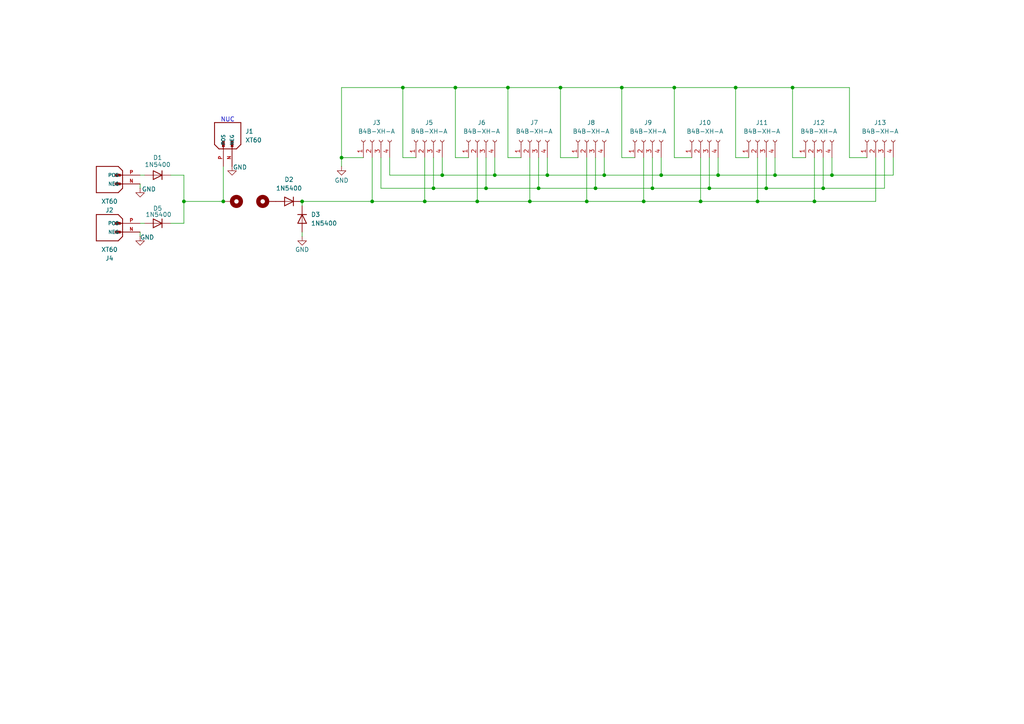
<source format=kicad_sch>
(kicad_sch (version 20231120) (generator "eeschema") (generator_version "8.0")
  (paper "A4")
  (lib_symbols
    (symbol "Diode:1N5400" (pin_numbers hide) (pin_names hide)
      (property "Reference" "D" (at 0 2.54 0))
      (property "Value" "1N5400" (at 0 -2.54 0))
      (symbol "1N5400_0_1"
        (polyline (pts (xy -1.27 1.27) (xy -1.27 -1.27)) (stroke (width 0.254)))
        (polyline (pts (xy 1.27 0) (xy -1.27 0)))
        (polyline (pts (xy 1.27 1.27) (xy 1.27 -1.27) (xy -1.27 0) (xy 1.27 1.27)) (stroke (width 0.254)))
      )
      (symbol "1N5400_1_1"
        (pin passive line (at -3.81 0 0) (length 2.54) (name "K") (number "1"))
        (pin passive line (at 3.81 0 180) (length 2.54) (name "A") (number "2"))
      )
    )
    (symbol "Humanoid:XM_conn" (pin_names (offset 1.016) hide)
      (property "Reference" "J" (at 0 5.08 0))
      (property "Value" "XM_conn" (at 0 -7.62 0))
      (symbol "XM_conn_1_1"
        (arc (start 0 -4.572) (mid -0.5058 -5.08) (end 0 -5.588) (stroke (width 0.1524)))
        (arc (start 0 -2.032) (mid -0.5058 -2.54) (end 0 -3.048) (stroke (width 0.1524)))
        (polyline (pts (xy -1.27 -5.08) (xy -0.508 -5.08)) (stroke (width 0.1524)))
        (polyline (pts (xy -1.27 -2.54) (xy -0.508 -2.54)) (stroke (width 0.1524)))
        (polyline (pts (xy -1.27 0) (xy -0.508 0)) (stroke (width 0.1524)))
        (polyline (pts (xy -1.27 2.54) (xy -0.508 2.54)) (stroke (width 0.1524)))
        (arc (start 0 0.508) (mid -0.5058 0) (end 0 -0.508) (stroke (width 0.1524)))
        (arc (start 0 3.048) (mid -0.5058 2.54) (end 0 2.032) (stroke (width 0.1524)))
        (pin passive line (at -5.08 2.54 0) (length 3.81) (name "GND") (number "1"))
        (pin passive line (at -5.08 0 0) (length 3.81) (name "VDD") (number "2"))
        (pin passive line (at -5.08 -2.54 0) (length 3.81) (name "D+") (number "3"))
        (pin passive line (at -5.08 -5.08 0) (length 3.81) (name "D-") (number "4"))
      )
    )
    (symbol "Humanoid:XT60" (pin_names (offset 1.016))
      (property "Reference" "J" (at 0 6.35 0))
      (property "Value" "XT60" (at 0 -5.08 0))
      (symbol "XT60_0_0"
        (polyline (pts (xy 0 -1.27) (xy 1.27 -2.54)) (stroke (width 0.254)))
        (polyline (pts (xy 0 0) (xy 1.905 0)) (stroke (width 0.254)))
        (polyline (pts (xy 0 2.54) (xy 0 -1.27)) (stroke (width 0.254)))
        (polyline (pts (xy 0 2.54) (xy 1.905 2.54)) (stroke (width 0.254)))
        (polyline (pts (xy 0 3.81) (xy 0 2.54)) (stroke (width 0.254)))
        (polyline (pts (xy 0 3.81) (xy 1.27 5.08)) (stroke (width 0.254)))
        (polyline (pts (xy 1.27 -2.54) (xy 7.62 -2.54)) (stroke (width 0.254)))
        (polyline (pts (xy 7.62 -2.54) (xy 7.62 5.08)) (stroke (width 0.254)))
        (polyline (pts (xy 7.62 5.08) (xy 1.27 5.08)) (stroke (width 0.254)))
        (rectangle (start 0.6096 -0.3048) (end 2.2098 0.3048) (fill (type outline)))
        (rectangle (start 0.6096 2.2098) (end 2.2098 2.8448) (fill (type outline)))
        (pin passive line (at -5.08 0 0) (length 5.08) (name "NEG") (number "N"))
        (pin passive line (at -5.08 2.54 0) (length 5.08) (name "POS") (number "P"))
      )
    )
    (symbol "Mechanical:MountingHole_Pad" (pin_numbers hide) (pin_names (offset 1.016) hide) (exclude_from_sim yes) (in_bom no)
      (property "Reference" "H" (at 0 6.35 0))
      (property "Value" "MountingHole_Pad" (at 0 4.445 0))
      (symbol "MountingHole_Pad_0_1"
        (circle (center 0 1.27) (radius 1.27) (stroke (width 1.27)))
      )
      (symbol "MountingHole_Pad_1_1"
        (pin input line (at 0 -2.54 90) (length 2.54) (name "1") (number "1"))
      )
    )
    (symbol "power:GND" (power) (pin_numbers hide) (pin_names (offset 0) hide)
      (property "Value" "GND" (at 0 -3.81 0))
      (symbol "GND_0_1"
        (polyline (pts (xy 0 0) (xy 0 -1.27) (xy 1.27 -1.27) (xy 0 -2.54) (xy -1.27 -1.27) (xy 0 -1.27)))
      )
      (symbol "GND_1_1"
        (pin power_in line (at 0 0 270) (length 0) (name "~") (number "1"))
      )
    )
  )
  (junction (at 213.36 25.4))
  (junction (at 219.71 58.42))
  (junction (at 241.3 50.8))
  (junction (at 107.95 58.42))
  (junction (at 170.18 58.42))
  (junction (at 236.22 58.42))
  (junction (at 140.97 54.61))
  (junction (at 153.67 58.42))
  (junction (at 189.23 54.61))
  (junction (at 143.51 50.8))
  (junction (at 229.87 25.4))
  (junction (at 87.63 58.42))
  (junction (at 222.25 54.61))
  (junction (at 186.69 58.42))
  (junction (at 208.28 50.8))
  (junction (at 64.77 58.42))
  (junction (at 123.19 58.42))
  (junction (at 147.32 25.4))
  (junction (at 180.34 25.4))
  (junction (at 195.58 25.4))
  (junction (at 132.08 25.4))
  (junction (at 191.77 50.8))
  (junction (at 203.2 58.42))
  (junction (at 238.76 54.61))
  (junction (at 116.84 25.4))
  (junction (at 224.79 50.8))
  (junction (at 158.75 50.8))
  (junction (at 125.73 54.61))
  (junction (at 53.34 58.42))
  (junction (at 138.43 58.42))
  (junction (at 156.21 54.61))
  (junction (at 175.26 50.8))
  (junction (at 128.27 50.8))
  (junction (at 162.56 25.4))
  (junction (at 99.06 45.72))
  (junction (at 172.72 54.61))
  (junction (at 205.74 54.61))
  (wire (pts (xy 195.58 25.4) (xy 213.36 25.4)))
  (wire (pts (xy 259.08 50.8) (xy 259.08 45.72)))
  (wire (pts (xy 151.13 45.72) (xy 147.32 45.72)))
  (wire (pts (xy 180.34 25.4) (xy 195.58 25.4)))
  (wire (pts (xy 241.3 50.8) (xy 259.08 50.8)))
  (wire (pts (xy 180.34 45.72) (xy 180.34 25.4)))
  (wire (pts (xy 116.84 25.4) (xy 132.08 25.4)))
  (wire (pts (xy 116.84 25.4) (xy 116.84 45.72)))
  (wire (pts (xy 236.22 45.72) (xy 236.22 58.42)))
  (wire (pts (xy 143.51 50.8) (xy 158.75 50.8)))
  (wire (pts (xy 53.34 64.77) (xy 53.34 58.42)))
  (wire (pts (xy 184.15 45.72) (xy 180.34 45.72)))
  (wire (pts (xy 186.69 45.72) (xy 186.69 58.42)))
  (wire (pts (xy 40.64 64.77) (xy 41.91 64.77)))
  (wire (pts (xy 158.75 50.8) (xy 175.26 50.8)))
  (wire (pts (xy 87.63 59.69) (xy 87.63 58.42)))
  (wire (pts (xy 40.64 50.8) (xy 41.91 50.8)))
  (wire (pts (xy 162.56 25.4) (xy 180.34 25.4)))
  (wire (pts (xy 64.77 58.42) (xy 53.34 58.42)))
  (wire (pts (xy 123.19 45.72) (xy 123.19 58.42)))
  (wire (pts (xy 213.36 45.72) (xy 213.36 25.4)))
  (wire (pts (xy 191.77 50.8) (xy 208.28 50.8)))
  (wire (pts (xy 125.73 45.72) (xy 125.73 54.61)))
  (wire (pts (xy 99.06 25.4) (xy 116.84 25.4)))
  (wire (pts (xy 120.65 45.72) (xy 116.84 45.72)))
  (wire (pts (xy 156.21 54.61) (xy 172.72 54.61)))
  (wire (pts (xy 205.74 54.61) (xy 222.25 54.61)))
  (wire (pts (xy 153.67 45.72) (xy 153.67 58.42)))
  (wire (pts (xy 246.38 45.72) (xy 246.38 25.4)))
  (wire (pts (xy 186.69 58.42) (xy 203.2 58.42)))
  (wire (pts (xy 87.63 68.58) (xy 87.63 67.31)))
  (wire (pts (xy 99.06 45.72) (xy 99.06 48.26)))
  (wire (pts (xy 170.18 45.72) (xy 170.18 58.42)))
  (wire (pts (xy 105.41 45.72) (xy 99.06 45.72)))
  (wire (pts (xy 107.95 45.72) (xy 107.95 58.42)))
  (wire (pts (xy 208.28 50.8) (xy 224.79 50.8)))
  (wire (pts (xy 143.51 45.72) (xy 143.51 50.8)))
  (wire (pts (xy 153.67 58.42) (xy 170.18 58.42)))
  (wire (pts (xy 189.23 45.72) (xy 189.23 54.61)))
  (wire (pts (xy 107.95 58.42) (xy 123.19 58.42)))
  (wire (pts (xy 208.28 45.72) (xy 208.28 50.8)))
  (wire (pts (xy 219.71 45.72) (xy 219.71 58.42)))
  (wire (pts (xy 203.2 58.42) (xy 219.71 58.42)))
  (wire (pts (xy 203.2 45.72) (xy 203.2 58.42)))
  (wire (pts (xy 125.73 54.61) (xy 140.97 54.61)))
  (wire (pts (xy 110.49 54.61) (xy 125.73 54.61)))
  (wire (pts (xy 222.25 54.61) (xy 238.76 54.61)))
  (wire (pts (xy 224.79 45.72) (xy 224.79 50.8)))
  (wire (pts (xy 128.27 50.8) (xy 143.51 50.8)))
  (wire (pts (xy 135.89 45.72) (xy 132.08 45.72)))
  (wire (pts (xy 233.68 45.72) (xy 229.87 45.72)))
  (wire (pts (xy 200.66 45.72) (xy 195.58 45.72)))
  (wire (pts (xy 49.53 64.77) (xy 53.34 64.77)))
  (wire (pts (xy 147.32 45.72) (xy 147.32 25.4)))
  (wire (pts (xy 172.72 54.61) (xy 189.23 54.61)))
  (wire (pts (xy 140.97 54.61) (xy 156.21 54.61)))
  (wire (pts (xy 53.34 50.8) (xy 53.34 58.42)))
  (wire (pts (xy 138.43 45.72) (xy 138.43 58.42)))
  (wire (pts (xy 49.53 50.8) (xy 53.34 50.8)))
  (wire (pts (xy 229.87 25.4) (xy 246.38 25.4)))
  (wire (pts (xy 217.17 45.72) (xy 213.36 45.72)))
  (wire (pts (xy 113.03 45.72) (xy 113.03 50.8)))
  (wire (pts (xy 222.25 45.72) (xy 222.25 54.61)))
  (wire (pts (xy 87.63 58.42) (xy 107.95 58.42)))
  (wire (pts (xy 40.64 53.34) (xy 40.64 54.61)))
  (wire (pts (xy 224.79 50.8) (xy 241.3 50.8)))
  (wire (pts (xy 110.49 45.72) (xy 110.49 54.61)))
  (wire (pts (xy 213.36 25.4) (xy 229.87 25.4)))
  (wire (pts (xy 175.26 50.8) (xy 191.77 50.8)))
  (wire (pts (xy 238.76 45.72) (xy 238.76 54.61)))
  (wire (pts (xy 40.64 68.58) (xy 40.64 67.31)))
  (wire (pts (xy 238.76 54.61) (xy 256.54 54.61)))
  (wire (pts (xy 172.72 45.72) (xy 172.72 54.61)))
  (wire (pts (xy 132.08 25.4) (xy 147.32 25.4)))
  (wire (pts (xy 256.54 45.72) (xy 256.54 54.61)))
  (wire (pts (xy 99.06 45.72) (xy 99.06 25.4)))
  (wire (pts (xy 123.19 58.42) (xy 138.43 58.42)))
  (wire (pts (xy 132.08 25.4) (xy 132.08 45.72)))
  (wire (pts (xy 195.58 45.72) (xy 195.58 25.4)))
  (wire (pts (xy 162.56 45.72) (xy 162.56 25.4)))
  (wire (pts (xy 138.43 58.42) (xy 153.67 58.42)))
  (wire (pts (xy 229.87 45.72) (xy 229.87 25.4)))
  (wire (pts (xy 189.23 54.61) (xy 205.74 54.61)))
  (wire (pts (xy 156.21 45.72) (xy 156.21 54.61)))
  (wire (pts (xy 128.27 45.72) (xy 128.27 50.8)))
  (wire (pts (xy 175.26 45.72) (xy 175.26 50.8)))
  (wire (pts (xy 236.22 58.42) (xy 254 58.42)))
  (wire (pts (xy 167.64 45.72) (xy 162.56 45.72)))
  (wire (pts (xy 251.46 45.72) (xy 246.38 45.72)))
  (wire (pts (xy 170.18 58.42) (xy 186.69 58.42)))
  (wire (pts (xy 147.32 25.4) (xy 162.56 25.4)))
  (wire (pts (xy 254 58.42) (xy 254 45.72)))
  (wire (pts (xy 205.74 45.72) (xy 205.74 54.61)))
  (wire (pts (xy 219.71 58.42) (xy 236.22 58.42)))
  (wire (pts (xy 241.3 45.72) (xy 241.3 50.8)))
  (wire (pts (xy 113.03 50.8) (xy 128.27 50.8)))
  (wire (pts (xy 140.97 45.72) (xy 140.97 54.61)))
  (wire (pts (xy 191.77 45.72) (xy 191.77 50.8)))
  (wire (pts (xy 158.75 45.72) (xy 158.75 50.8)))
  (wire (pts (xy 64.77 48.26) (xy 64.77 58.42)))
  (text "NUC\n" (at 66.04 34.798 0) (effects (font (size 1.27 1.27))))
  (symbol (lib_id "power:GND") (at 67.31 48.26 0) (unit 1)
    (property "Reference" "#PWR02" (effects (hide yes)))
    (property "Value" "GND" (at 69.596 48.514 0))
    (property "Description" "Power symbol creates a global label with name \"GND\" , ground" (effects (hide yes)))
  )
  (symbol (lib_id "Humanoid:XT60") (at 67.31 43.18 90) (unit 1)
    (property "Reference" "J1" (at 71.12 38.0999 90) (effects (justify right)))
    (property "Value" "XT60" (at 71.12 40.6399 90) (effects (justify right)))
    (property "Footprint" "Humanoid:XT60-M_Vertical" (effects (hide yes)))
    (property "MF" "AMASS" (effects (hide yes)))
    (property "MAXIMUM_PACKAGE_HEIGHT" "16.00 mm" (effects (hide yes)))
    (property "Package" "Package" (effects (hide yes)))
    (property "Price" "None" (effects (hide yes)))
    (property "Check_prices" "https://www.snapeda.com/parts/XT60-M/AMASS/view-part/?ref=eda" (effects (hide yes)))
    (property "STANDARD" "IPC 7351B" (effects (hide yes)))
    (property "PARTREV" "V1.2" (effects (hide yes)))
    (property "SnapEDA_Link" "https://www.snapeda.com/parts/XT60-M/AMASS/view-part/?ref=snap" (effects (hide yes)))
    (property "MP" "XT60-M" (effects (hide yes)))
    (property "Description_1" "\\nPlug; DC supply; XT60; male; PIN: 2; for cable; soldered; 30A; 500V\\n" (effects (hide yes)))
    (property "Availability" "Not in stock" (effects (hide yes)))
    (property "MANUFACTURER" "AMASS" (effects (hide yes)))
  )
  (symbol (lib_id "Humanoid:XT60") (at 35.56 67.31 0) (mirror y) (unit 1)
    (property "Reference" "J4" (at 31.75 74.93 0))
    (property "Value" "XT60" (at 31.75 72.39 0))
    (property "Footprint" "Humanoid:XT60-M_Vertical" (effects (hide yes)))
    (property "MF" "AMASS" (effects (hide yes)))
    (property "MAXIMUM_PACKAGE_HEIGHT" "16.00 mm" (effects (hide yes)))
    (property "Package" "Package" (effects (hide yes)))
    (property "Price" "None" (effects (hide yes)))
    (property "Check_prices" "https://www.snapeda.com/parts/XT60-M/AMASS/view-part/?ref=eda" (effects (hide yes)))
    (property "STANDARD" "IPC 7351B" (effects (hide yes)))
    (property "PARTREV" "V1.2" (effects (hide yes)))
    (property "SnapEDA_Link" "https://www.snapeda.com/parts/XT60-M/AMASS/view-part/?ref=snap" (effects (hide yes)))
    (property "MP" "XT60-M" (effects (hide yes)))
    (property "Description_1" "\\nPlug; DC supply; XT60; male; PIN: 2; for cable; soldered; 30A; 500V\\n" (effects (hide yes)))
    (property "Availability" "Not in stock" (effects (hide yes)))
    (property "MANUFACTURER" "AMASS" (effects (hide yes)))
  )
  (symbol (lib_id "power:GND") (at 87.63 68.58 0) (unit 1)
    (property "Reference" "#PWR03" (effects (hide yes)))
    (property "Value" "GND" (at 87.63 72.39 0))
    (property "Description" "Power symbol creates a global label with name \"GND\" , ground" (effects (hide yes)))
  )
  (symbol (lib_id "Mechanical:MountingHole_Pad") (at 67.31 58.42 270) (unit 1) (exclude_from_sim yes) (in_bom no)
    (property "Reference" "H3" (effects (hide yes)))
    (property "Value" "MountingHole_Pad" (effects (hide yes)))
    (property "Footprint" "MountingHole:MountingHole_2.5mm_Pad" (effects (hide yes)))
    (property "Description" "Mounting Hole with connection" (effects (hide yes)))
  )
  (symbol (lib_id "Humanoid:XM_conn") (at 138.43 40.64 90) (unit 1)
    (property "Reference" "J6" (at 139.7 35.56 90))
    (property "Value" "B4B-XH-A" (at 139.7 38.1 90))
    (property "Footprint" "Humanoid:XM_conn_vertical-B4B-EH-A" (effects (hide yes)))
    (property "Description" "Generic connector, single row, 01x04, script generated" (effects (hide yes)))
    (property "MF" "JST Sales" (effects (hide yes)))
    (property "MAXIMUM_PACKAGE_HEIGHT" "7.00 mm" (effects (hide yes)))
    (property "Package" "None" (effects (hide yes)))
    (property "Price" "None" (effects (hide yes)))
    (property "Check_prices" "https://www.snapeda.com/parts/B4B-XH-A/JST+Sales+America+Inc./view-part/?ref=eda" (effects (hide yes)))
    (property "STANDARD" "Manufacturer Recommendations" (effects (hide yes)))
    (property "PARTREV" "7/4/21" (effects (hide yes)))
    (property "SnapEDA_Link" "https://www.snapeda.com/parts/B4B-XH-A/JST+Sales+America+Inc./view-part/?ref=snap" (effects (hide yes)))
    (property "MP" "B4B-XH-A" (effects (hide yes)))
    (property "Description_1" "\\nConnector Header Through Hole 4 position 0.098 (2.50mm)\\n" (effects (hide yes)))
    (property "Availability" "In Stock" (effects (hide yes)))
    (property "MANUFACTURER" "JST" (effects (hide yes)))
  )
  (symbol (lib_id "power:GND") (at 99.06 48.26 0) (unit 1)
    (property "Reference" "#PWR04" (effects (hide yes)))
    (property "Value" "GND" (at 97.028 52.324 0) (effects (justify left)))
    (property "Description" "Power symbol creates a global label with name \"GND\" , ground" (effects (hide yes)))
  )
  (symbol (lib_id "Diode:1N5400") (at 45.72 64.77 180) (unit 1)
    (property "Reference" "D5" (at 45.72 60.452 0))
    (property "Value" "1N5400" (at 45.974 62.23 0))
    (property "Footprint" "Diode_THT:D_DO-201AD_P15.24mm_Horizontal" (effects (hide yes)))
    (property "Datasheet" "http://www.vishay.com/docs/88516/1n5400.pdf" (effects (hide yes)))
    (property "Description" "50V 3A General Purpose Rectifier Diode, DO-201AD" (effects (hide yes)))
    (property "Sim.Device" "D" (effects (hide yes)))
    (property "Sim.Pins" "1=K 2=A" (effects (hide yes)))
  )
  (symbol (lib_id "Humanoid:XM_conn") (at 170.18 40.64 90) (unit 1)
    (property "Reference" "J8" (at 171.45 35.56 90))
    (property "Value" "B4B-XH-A" (at 171.45 38.1 90))
    (property "Footprint" "Humanoid:XM_conn_vertical-B4B-EH-A" (effects (hide yes)))
    (property "Description" "Generic connector, single row, 01x04, script generated" (effects (hide yes)))
    (property "MF" "JST Sales" (effects (hide yes)))
    (property "MAXIMUM_PACKAGE_HEIGHT" "7.00 mm" (effects (hide yes)))
    (property "Package" "None" (effects (hide yes)))
    (property "Price" "None" (effects (hide yes)))
    (property "Check_prices" "https://www.snapeda.com/parts/B4B-XH-A/JST+Sales+America+Inc./view-part/?ref=eda" (effects (hide yes)))
    (property "STANDARD" "Manufacturer Recommendations" (effects (hide yes)))
    (property "PARTREV" "7/4/21" (effects (hide yes)))
    (property "SnapEDA_Link" "https://www.snapeda.com/parts/B4B-XH-A/JST+Sales+America+Inc./view-part/?ref=snap" (effects (hide yes)))
    (property "MP" "B4B-XH-A" (effects (hide yes)))
    (property "Description_1" "\\nConnector Header Through Hole 4 position 0.098 (2.50mm)\\n" (effects (hide yes)))
    (property "Availability" "In Stock" (effects (hide yes)))
    (property "MANUFACTURER" "JST" (effects (hide yes)))
  )
  (symbol (lib_id "Humanoid:XM_conn") (at 153.67 40.64 90) (unit 1)
    (property "Reference" "J7" (at 154.94 35.56 90))
    (property "Value" "B4B-XH-A" (at 154.94 38.1 90))
    (property "Footprint" "Humanoid:XM_conn_vertical-B4B-EH-A" (effects (hide yes)))
    (property "Description" "Generic connector, single row, 01x04, script generated" (effects (hide yes)))
    (property "MF" "JST Sales" (effects (hide yes)))
    (property "MAXIMUM_PACKAGE_HEIGHT" "7.00 mm" (effects (hide yes)))
    (property "Package" "None" (effects (hide yes)))
    (property "Price" "None" (effects (hide yes)))
    (property "Check_prices" "https://www.snapeda.com/parts/B4B-XH-A/JST+Sales+America+Inc./view-part/?ref=eda" (effects (hide yes)))
    (property "STANDARD" "Manufacturer Recommendations" (effects (hide yes)))
    (property "PARTREV" "7/4/21" (effects (hide yes)))
    (property "SnapEDA_Link" "https://www.snapeda.com/parts/B4B-XH-A/JST+Sales+America+Inc./view-part/?ref=snap" (effects (hide yes)))
    (property "MP" "B4B-XH-A" (effects (hide yes)))
    (property "Description_1" "\\nConnector Header Through Hole 4 position 0.098 (2.50mm)\\n" (effects (hide yes)))
    (property "Availability" "In Stock" (effects (hide yes)))
    (property "MANUFACTURER" "JST" (effects (hide yes)))
  )
  (symbol (lib_id "Humanoid:XT60") (at 35.56 53.34 0) (mirror y) (unit 1)
    (property "Reference" "J2" (at 31.75 60.96 0))
    (property "Value" "XT60" (at 31.75 58.42 0))
    (property "Footprint" "Humanoid:XT60-M_Vertical" (effects (hide yes)))
    (property "MF" "AMASS" (effects (hide yes)))
    (property "MAXIMUM_PACKAGE_HEIGHT" "16.00 mm" (effects (hide yes)))
    (property "Package" "Package" (effects (hide yes)))
    (property "Price" "None" (effects (hide yes)))
    (property "Check_prices" "https://www.snapeda.com/parts/XT60-M/AMASS/view-part/?ref=eda" (effects (hide yes)))
    (property "STANDARD" "IPC 7351B" (effects (hide yes)))
    (property "PARTREV" "V1.2" (effects (hide yes)))
    (property "SnapEDA_Link" "https://www.snapeda.com/parts/XT60-M/AMASS/view-part/?ref=snap" (effects (hide yes)))
    (property "MP" "XT60-M" (effects (hide yes)))
    (property "Description_1" "\\nPlug; DC supply; XT60; male; PIN: 2; for cable; soldered; 30A; 500V\\n" (effects (hide yes)))
    (property "Availability" "Not in stock" (effects (hide yes)))
    (property "MANUFACTURER" "AMASS" (effects (hide yes)))
  )
  (symbol (lib_id "Humanoid:XM_conn") (at 107.95 40.64 90) (unit 1)
    (property "Reference" "J3" (at 109.22 35.56 90))
    (property "Value" "B4B-XH-A" (at 109.22 38.1 90))
    (property "Footprint" "Humanoid:XM_conn_vertical-B4B-EH-A" (effects (hide yes)))
    (property "Description" "Generic connector, single row, 01x04, script generated" (effects (hide yes)))
    (property "MF" "JST Sales" (effects (hide yes)))
    (property "MAXIMUM_PACKAGE_HEIGHT" "7.00 mm" (effects (hide yes)))
    (property "Package" "None" (effects (hide yes)))
    (property "Price" "None" (effects (hide yes)))
    (property "Check_prices" "https://www.snapeda.com/parts/B4B-XH-A/JST+Sales+America+Inc./view-part/?ref=eda" (effects (hide yes)))
    (property "STANDARD" "Manufacturer Recommendations" (effects (hide yes)))
    (property "PARTREV" "7/4/21" (effects (hide yes)))
    (property "SnapEDA_Link" "https://www.snapeda.com/parts/B4B-XH-A/JST+Sales+America+Inc./view-part/?ref=snap" (effects (hide yes)))
    (property "MP" "B4B-XH-A" (effects (hide yes)))
    (property "Description_1" "\\nConnector Header Through Hole 4 position 0.098 (2.50mm)\\n" (effects (hide yes)))
    (property "Availability" "In Stock" (effects (hide yes)))
    (property "MANUFACTURER" "JST" (effects (hide yes)))
  )
  (symbol (lib_id "Humanoid:XM_conn") (at 236.22 40.64 90) (unit 1)
    (property "Reference" "J12" (at 237.49 35.56 90))
    (property "Value" "B4B-XH-A" (at 237.49 38.1 90))
    (property "Footprint" "Humanoid:XM_conn_vertical-B4B-EH-A" (effects (hide yes)))
    (property "Description" "Generic connector, single row, 01x04, script generated" (effects (hide yes)))
    (property "MF" "JST Sales" (effects (hide yes)))
    (property "MAXIMUM_PACKAGE_HEIGHT" "7.00 mm" (effects (hide yes)))
    (property "Package" "None" (effects (hide yes)))
    (property "Price" "None" (effects (hide yes)))
    (property "Check_prices" "https://www.snapeda.com/parts/B4B-XH-A/JST+Sales+America+Inc./view-part/?ref=eda" (effects (hide yes)))
    (property "STANDARD" "Manufacturer Recommendations" (effects (hide yes)))
    (property "PARTREV" "7/4/21" (effects (hide yes)))
    (property "SnapEDA_Link" "https://www.snapeda.com/parts/B4B-XH-A/JST+Sales+America+Inc./view-part/?ref=snap" (effects (hide yes)))
    (property "MP" "B4B-XH-A" (effects (hide yes)))
    (property "Description_1" "\\nConnector Header Through Hole 4 position 0.098 (2.50mm)\\n" (effects (hide yes)))
    (property "Availability" "In Stock" (effects (hide yes)))
    (property "MANUFACTURER" "JST" (effects (hide yes)))
  )
  (symbol (lib_id "Humanoid:XM_conn") (at 219.71 40.64 90) (unit 1)
    (property "Reference" "J11" (at 220.98 35.56 90))
    (property "Value" "B4B-XH-A" (at 220.98 38.1 90))
    (property "Footprint" "Humanoid:XM_conn_vertical-B4B-EH-A" (effects (hide yes)))
    (property "Description" "Generic connector, single row, 01x04, script generated" (effects (hide yes)))
    (property "MF" "JST Sales" (effects (hide yes)))
    (property "MAXIMUM_PACKAGE_HEIGHT" "7.00 mm" (effects (hide yes)))
    (property "Package" "None" (effects (hide yes)))
    (property "Price" "None" (effects (hide yes)))
    (property "Check_prices" "https://www.snapeda.com/parts/B4B-XH-A/JST+Sales+America+Inc./view-part/?ref=eda" (effects (hide yes)))
    (property "STANDARD" "Manufacturer Recommendations" (effects (hide yes)))
    (property "PARTREV" "7/4/21" (effects (hide yes)))
    (property "SnapEDA_Link" "https://www.snapeda.com/parts/B4B-XH-A/JST+Sales+America+Inc./view-part/?ref=snap" (effects (hide yes)))
    (property "MP" "B4B-XH-A" (effects (hide yes)))
    (property "Description_1" "\\nConnector Header Through Hole 4 position 0.098 (2.50mm)\\n" (effects (hide yes)))
    (property "Availability" "In Stock" (effects (hide yes)))
    (property "MANUFACTURER" "JST" (effects (hide yes)))
  )
  (symbol (lib_id "Humanoid:XM_conn") (at 186.69 40.64 90) (unit 1)
    (property "Reference" "J9" (at 187.96 35.56 90))
    (property "Value" "B4B-XH-A" (at 187.96 38.1 90))
    (property "Footprint" "Humanoid:XM_conn_vertical-B4B-EH-A" (effects (hide yes)))
    (property "Description" "Generic connector, single row, 01x04, script generated" (effects (hide yes)))
    (property "MF" "JST Sales" (effects (hide yes)))
    (property "MAXIMUM_PACKAGE_HEIGHT" "7.00 mm" (effects (hide yes)))
    (property "Package" "None" (effects (hide yes)))
    (property "Price" "None" (effects (hide yes)))
    (property "Check_prices" "https://www.snapeda.com/parts/B4B-XH-A/JST+Sales+America+Inc./view-part/?ref=eda" (effects (hide yes)))
    (property "STANDARD" "Manufacturer Recommendations" (effects (hide yes)))
    (property "PARTREV" "7/4/21" (effects (hide yes)))
    (property "SnapEDA_Link" "https://www.snapeda.com/parts/B4B-XH-A/JST+Sales+America+Inc./view-part/?ref=snap" (effects (hide yes)))
    (property "MP" "B4B-XH-A" (effects (hide yes)))
    (property "Description_1" "\\nConnector Header Through Hole 4 position 0.098 (2.50mm)\\n" (effects (hide yes)))
    (property "Availability" "In Stock" (effects (hide yes)))
    (property "MANUFACTURER" "JST" (effects (hide yes)))
  )
  (symbol (lib_id "Humanoid:XM_conn") (at 254 40.64 90) (unit 1)
    (property "Reference" "J13" (at 255.27 35.56 90))
    (property "Value" "B4B-XH-A" (at 255.27 38.1 90))
    (property "Footprint" "Humanoid:XM_conn_vertical-B4B-EH-A" (effects (hide yes)))
    (property "Description" "Generic connector, single row, 01x04, script generated" (effects (hide yes)))
    (property "MF" "JST Sales" (effects (hide yes)))
    (property "MAXIMUM_PACKAGE_HEIGHT" "7.00 mm" (effects (hide yes)))
    (property "Package" "None" (effects (hide yes)))
    (property "Price" "None" (effects (hide yes)))
    (property "Check_prices" "https://www.snapeda.com/parts/B4B-XH-A/JST+Sales+America+Inc./view-part/?ref=eda" (effects (hide yes)))
    (property "STANDARD" "Manufacturer Recommendations" (effects (hide yes)))
    (property "PARTREV" "7/4/21" (effects (hide yes)))
    (property "SnapEDA_Link" "https://www.snapeda.com/parts/B4B-XH-A/JST+Sales+America+Inc./view-part/?ref=snap" (effects (hide yes)))
    (property "MP" "B4B-XH-A" (effects (hide yes)))
    (property "Description_1" "\\nConnector Header Through Hole 4 position 0.098 (2.50mm)\\n" (effects (hide yes)))
    (property "Availability" "In Stock" (effects (hide yes)))
    (property "MANUFACTURER" "JST" (effects (hide yes)))
  )
  (symbol (lib_id "Diode:1N5400") (at 83.82 58.42 180) (unit 1)
    (property "Reference" "D2" (at 83.82 52.07 0))
    (property "Value" "1N5400" (at 83.82 54.61 0))
    (property "Footprint" "Diode_THT:D_DO-201AD_P15.24mm_Horizontal" (effects (hide yes)))
    (property "Datasheet" "http://www.vishay.com/docs/88516/1n5400.pdf" (effects (hide yes)))
    (property "Description" "50V 3A General Purpose Rectifier Diode, DO-201AD" (effects (hide yes)))
    (property "Sim.Device" "D" (effects (hide yes)))
    (property "Sim.Pins" "1=K 2=A" (effects (hide yes)))
  )
  (symbol (lib_id "Humanoid:XM_conn") (at 123.19 40.64 90) (unit 1)
    (property "Reference" "J5" (at 124.46 35.56 90))
    (property "Value" "B4B-XH-A" (at 124.46 38.1 90))
    (property "Footprint" "Humanoid:XM_conn_vertical-B4B-EH-A" (effects (hide yes)))
    (property "Description" "Generic connector, single row, 01x04, script generated" (effects (hide yes)))
    (property "MF" "JST Sales" (effects (hide yes)))
    (property "MAXIMUM_PACKAGE_HEIGHT" "7.00 mm" (effects (hide yes)))
    (property "Package" "None" (effects (hide yes)))
    (property "Price" "None" (effects (hide yes)))
    (property "Check_prices" "https://www.snapeda.com/parts/B4B-XH-A/JST+Sales+America+Inc./view-part/?ref=eda" (effects (hide yes)))
    (property "STANDARD" "Manufacturer Recommendations" (effects (hide yes)))
    (property "PARTREV" "7/4/21" (effects (hide yes)))
    (property "SnapEDA_Link" "https://www.snapeda.com/parts/B4B-XH-A/JST+Sales+America+Inc./view-part/?ref=snap" (effects (hide yes)))
    (property "MP" "B4B-XH-A" (effects (hide yes)))
    (property "Description_1" "\\nConnector Header Through Hole 4 position 0.098 (2.50mm)\\n" (effects (hide yes)))
    (property "Availability" "In Stock" (effects (hide yes)))
    (property "MANUFACTURER" "JST" (effects (hide yes)))
  )
  (symbol (lib_id "Diode:1N5400") (at 45.72 50.8 180) (unit 1)
    (property "Reference" "D1" (at 45.72 45.72 0))
    (property "Value" "1N5400" (at 45.72 47.752 0))
    (property "Footprint" "Diode_THT:D_DO-201AD_P15.24mm_Horizontal" (effects (hide yes)))
    (property "Datasheet" "http://www.vishay.com/docs/88516/1n5400.pdf" (effects (hide yes)))
    (property "Description" "50V 3A General Purpose Rectifier Diode, DO-201AD" (effects (hide yes)))
    (property "Sim.Device" "D" (effects (hide yes)))
    (property "Sim.Pins" "1=K 2=A" (effects (hide yes)))
  )
  (symbol (lib_id "Diode:1N5400") (at 87.63 63.5 270) (unit 1)
    (property "Reference" "D3" (at 90.17 62.2299 90) (effects (justify left)))
    (property "Value" "1N5400" (at 90.17 64.7699 90) (effects (justify left)))
    (property "Footprint" "Diode_THT:D_DO-201AD_P15.24mm_Horizontal" (effects (hide yes)))
    (property "Datasheet" "http://www.vishay.com/docs/88516/1n5400.pdf" (effects (hide yes)))
    (property "Description" "50V 3A General Purpose Rectifier Diode, DO-201AD" (effects (hide yes)))
    (property "Sim.Device" "D" (effects (hide yes)))
    (property "Sim.Pins" "1=K 2=A" (effects (hide yes)))
  )
  (symbol (lib_id "Humanoid:XM_conn") (at 203.2 40.64 90) (unit 1)
    (property "Reference" "J10" (at 204.47 35.56 90))
    (property "Value" "B4B-XH-A" (at 204.47 38.1 90))
    (property "Footprint" "Humanoid:XM_conn_vertical-B4B-EH-A" (effects (hide yes)))
    (property "Description" "Generic connector, single row, 01x04, script generated" (effects (hide yes)))
    (property "MF" "JST Sales" (effects (hide yes)))
    (property "MAXIMUM_PACKAGE_HEIGHT" "7.00 mm" (effects (hide yes)))
    (property "Package" "None" (effects (hide yes)))
    (property "Price" "None" (effects (hide yes)))
    (property "Check_prices" "https://www.snapeda.com/parts/B4B-XH-A/JST+Sales+America+Inc./view-part/?ref=eda" (effects (hide yes)))
    (property "STANDARD" "Manufacturer Recommendations" (effects (hide yes)))
    (property "PARTREV" "7/4/21" (effects (hide yes)))
    (property "SnapEDA_Link" "https://www.snapeda.com/parts/B4B-XH-A/JST+Sales+America+Inc./view-part/?ref=snap" (effects (hide yes)))
    (property "MP" "B4B-XH-A" (effects (hide yes)))
    (property "Description_1" "\\nConnector Header Through Hole 4 position 0.098 (2.50mm)\\n" (effects (hide yes)))
    (property "Availability" "In Stock" (effects (hide yes)))
    (property "MANUFACTURER" "JST" (effects (hide yes)))
  )
  (symbol (lib_id "Mechanical:MountingHole_Pad") (at 77.47 58.42 90) (unit 1) (exclude_from_sim yes) (in_bom no)
    (property "Reference" "H1" (effects (hide yes)))
    (property "Value" "MountingHole_Pad" (effects (hide yes)))
    (property "Footprint" "MountingHole:MountingHole_2.5mm_Pad" (effects (hide yes)))
    (property "Description" "Mounting Hole with connection" (effects (hide yes)))
  )
  (symbol (lib_id "power:GND") (at 40.64 54.61 0) (unit 1)
    (property "Reference" "#PWR05" (effects (hide yes)))
    (property "Value" "GND" (at 43.18 54.864 0))
    (property "Description" "Power symbol creates a global label with name \"GND\" , ground" (effects (hide yes)))
  )
  (symbol (lib_id "power:GND") (at 40.64 68.58 0) (unit 1)
    (property "Reference" "#PWR01" (effects (hide yes)))
    (property "Value" "GND" (at 42.672 68.834 0))
    (property "Description" "Power symbol creates a global label with name \"GND\" , ground" (effects (hide yes)))
  )
)
</source>
